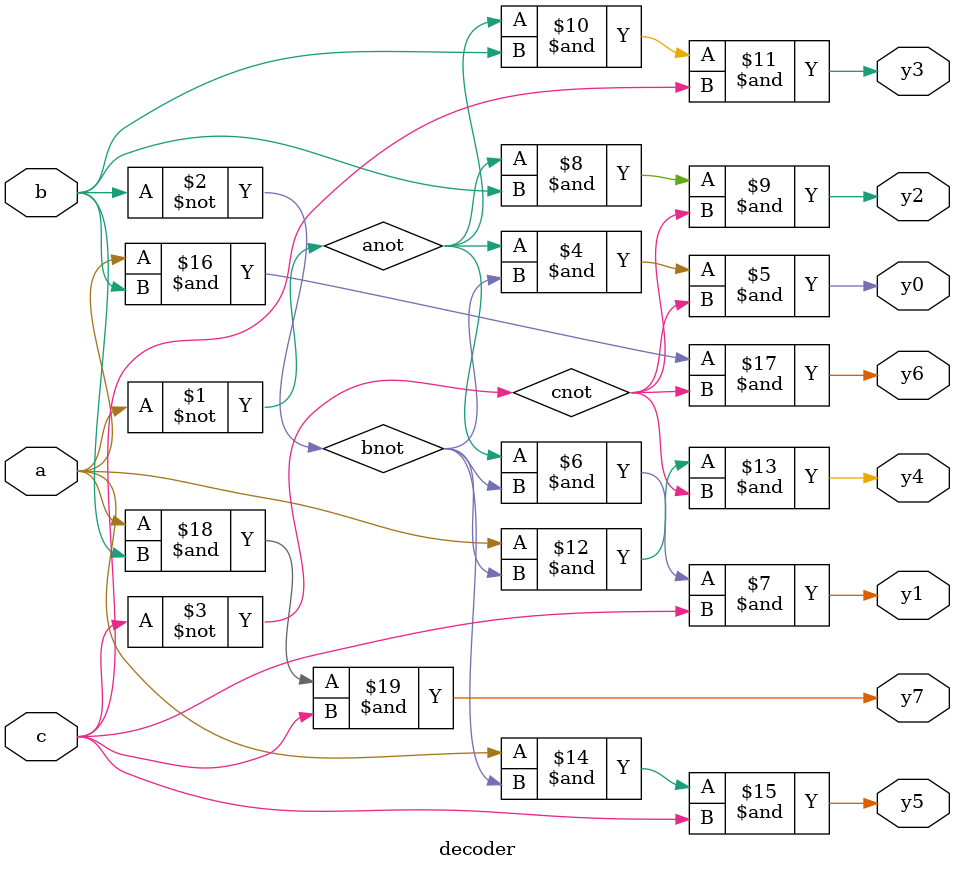
<source format=v>
module decoder (a, b, c, y0, y1, y2,y3, y4, y5, y6,y7); 
input a,b, c;
output y0, y1, y2, y3, y4, y5, y6, y7;
wire anot, bnot, cnot;
assign anot =~a;
assign bnot=~b;
assign cnot=~c;
and a0 (y0, anot, bnot,cnot);
and a1(y1, anot, bnot, c);
and a2(y2, anot, b, cnot);
and a3(y3, anot, b,c);
and a4(y4, a, bnot, cnot);
and a5(y5, a, bnot, c);
and a6(y6, a, b, cnot);
and a7(y7, a,b, c);
endmodule

</source>
